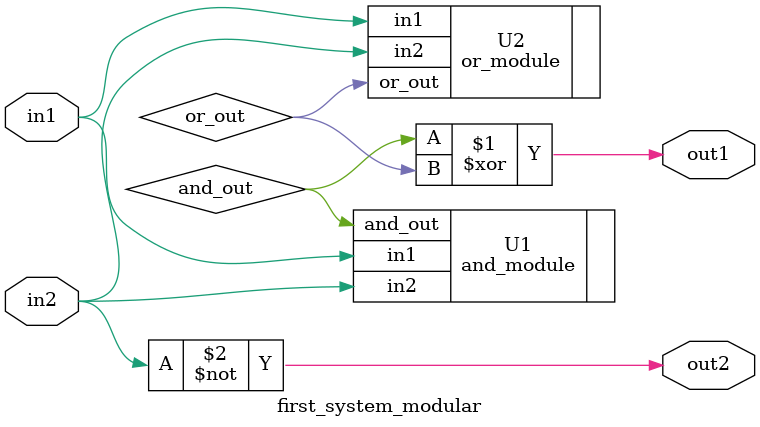
<source format=v>
module first_system_modular(out1, out2, in1, in2);

input in1, in2;
output out1, out2;

wire and_out, or_out;

and_module U1(
    .and_out(and_out),
    .in1(in1),
    .in2(in2));
    
or_module U2 (
    .or_out(or_out),
    .in1(in1),
    .in2(in2));
    
assign out1 = and_out ^ or_out;
assign out2 = ~ in2;

endmodule
</source>
